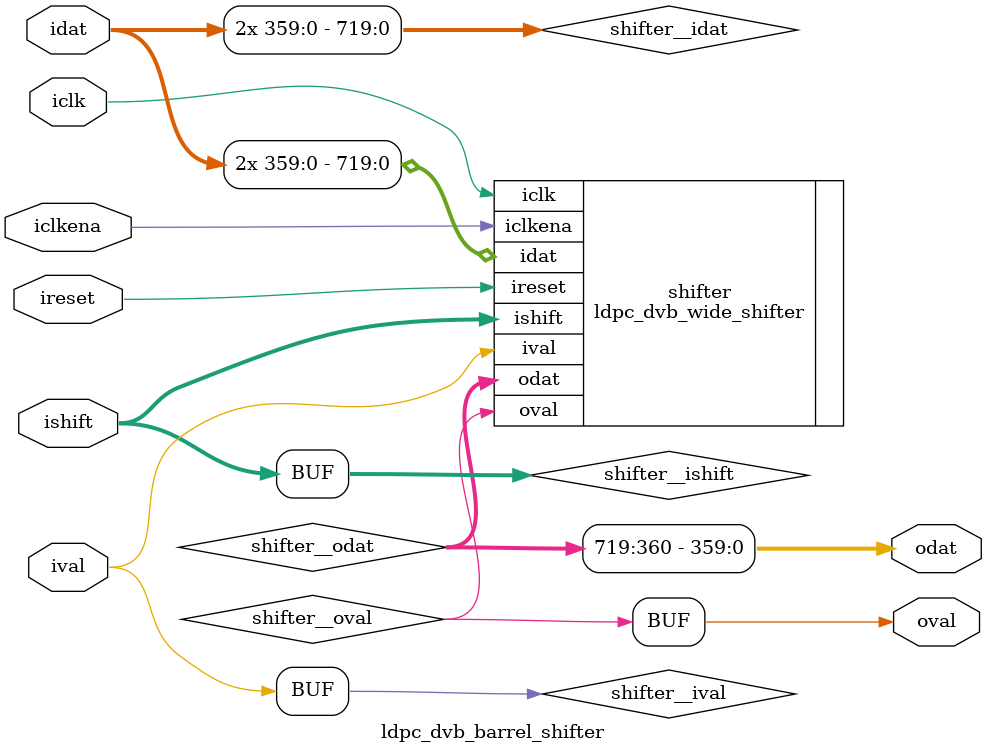
<source format=sv>
/*



  parameter int pW         = 8 ;
  parameter int pSHIFT_W   = 8 ;
  parameter bit pR_SHIFT   = 0 ;
  parameter int pPIPE_LINE = 8 ;



  logic                  ldpc_dvb_barrel_shifter__iclk    ;
  logic                  ldpc_dvb_barrel_shifter__ireset  ;
  logic                  ldpc_dvb_barrel_shifter__iclkena ;
  //
  logic                  ldpc_dvb_barrel_shifter__ival    ;
  logic       [pW-1 : 0] ldpc_dvb_barrel_shifter__idat    ;
  logic [pSHIFT_W-1 : 0] ldpc_dvb_barrel_shifter__ishift  ;
  //
  logic                  ldpc_dvb_barrel_shifter__oval    ;
  logic       [pW-1 : 0] ldpc_dvb_barrel_shifter__odat    ;



  ldpc_dvb_barrel_shifter
  #(
    .pW         ( pW         ) ,
    .pSHIFT_W   ( pSHIFT_W   ) ,
    .pR_SHIFT   ( pR_SHIFT   ) ,
    .pPIPE_LINE ( pPIPE_LINE )
  )
  ldpc_dvb_barrel_shifter
  (
    .iclk    ( ldpc_dvb_barrel_shifter__iclk    ) ,
    .ireset  ( ldpc_dvb_barrel_shifter__ireset  ) ,
    .iclkena ( ldpc_dvb_barrel_shifter__iclkena ) ,
    //
    .ival    ( ldpc_dvb_barrel_shifter__ival    ) ,
    .idat    ( ldpc_dvb_barrel_shifter__idat    ) ,
    .ishift  ( ldpc_dvb_barrel_shifter__ishift  ) ,
    //
    .oval    ( ldpc_dvb_barrel_shifter__oval    ) ,
    .odat    ( ldpc_dvb_barrel_shifter__odat    )
  );


  assign ldpc_dvb_barrel_shifter__iclk    = '0 ;
  assign ldpc_dvb_barrel_shifter__ireset  = '0 ;
  assign ldpc_dvb_barrel_shifter__iclkena = '0 ;
  assign ldpc_dvb_barrel_shifter__ival    = '0 ;
  assign ldpc_dvb_barrel_shifter__idat    = '0 ;
  assign ldpc_dvb_barrel_shifter__ishift  = '0 ;



*/

//
// Project       : ldpc DVB-S2
// Author        : Shekhalev Denis (des00)
// Workfile      : ldpc_dvb_barrel_shifter.sv
// Description   : wide bit barrel shifter
//

module ldpc_dvb_barrel_shifter
#(
  parameter int pW                          =            360 ,  // don't change
  parameter int pSHIFT_W                    = $clog2(pW + 1) ,
  //
  parameter bit pR_SHIFT                    =              0 ,  // shift direction
  //
  parameter bit [pSHIFT_W-1 : 0] pPIPE_LINE =              1    // shift edge pipeline
)
(
  iclk    ,
  ireset  ,
  iclkena ,
  //
  ival    ,
  idat    ,
  ishift  ,
  //
  oval    ,
  odat
);

  //------------------------------------------------------------------------------------------------------
  //
  //------------------------------------------------------------------------------------------------------

  input  logic                  iclk    ;
  input  logic                  ireset  ;
  input  logic                  iclkena ;
  //
  input  logic                  ival    ;
  input  logic       [pW-1 : 0] idat    ;
  input  logic [pSHIFT_W-1 : 0] ishift  ;
  //
  output logic                  oval    ;
  output logic       [pW-1 : 0] odat    ;

  //------------------------------------------------------------------------------------------------------
  //
  //------------------------------------------------------------------------------------------------------

  logic                  shifter__ival    ;
  logic     [2*pW-1 : 0] shifter__idat    ;
  logic [pSHIFT_W-1 : 0] shifter__ishift  ;
  //
  logic                  shifter__oval    ;
  logic     [2*pW-1 : 0] shifter__odat    ;

  //------------------------------------------------------------------------------------------------------
  //
  //------------------------------------------------------------------------------------------------------

  ldpc_dvb_wide_shifter
  #(
    .pW         ( 2*pW       ) ,
    .pSHIFT_W   ( pSHIFT_W   ) ,
    .pR_SHIFT   ( pR_SHIFT   ) ,
    .pPIPE_LINE ( pPIPE_LINE )
  )
  shifter
  (
    .iclk    ( iclk             ) ,
    .ireset  ( ireset           ) ,
    .iclkena ( iclkena          ) ,
    //
    .ival    ( shifter__ival    ) ,
    .idat    ( shifter__idat    ) ,
    .ishift  ( shifter__ishift  ) ,
    //
    .oval    ( shifter__oval    ) ,
    .odat    ( shifter__odat    )
  );

  assign shifter__ival   = ival;
  assign shifter__idat   = {idat, idat};
  assign shifter__ishift = ishift;

  assign oval = shifter__oval;
  assign odat = pR_SHIFT ? shifter__odat[0 +: pW] : shifter__odat[pW +: pW];

endmodule

</source>
